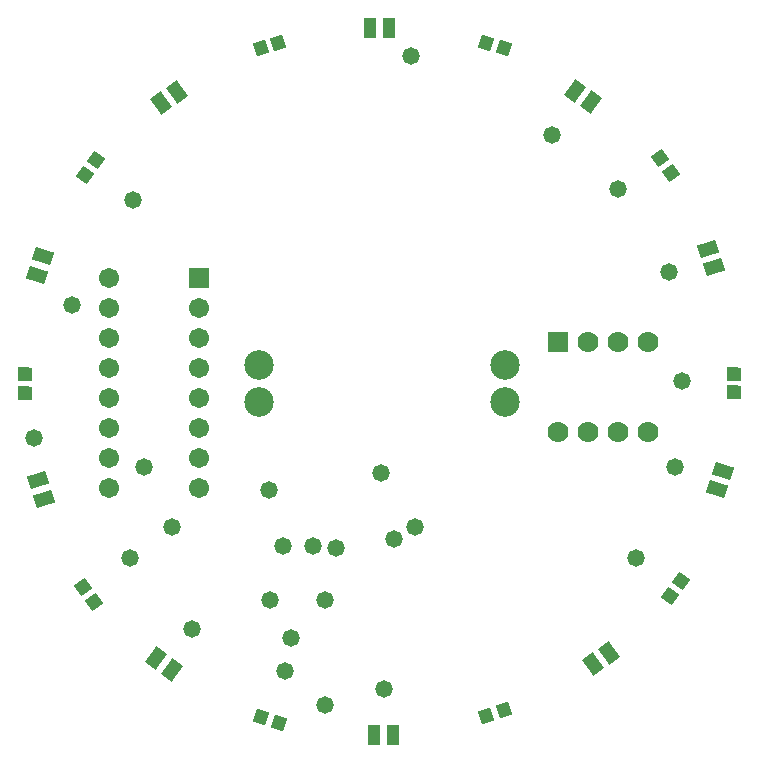
<source format=gts>
G04*
G04 #@! TF.GenerationSoftware,Altium Limited,Altium Designer,18.1.11 (251)*
G04*
G04 Layer_Color=8388736*
%FSLAX25Y25*%
%MOIN*%
G70*
G01*
G75*
G04:AMPARAMS|DCode=23|XSize=45.4mil|YSize=43.43mil|CornerRadius=0mil|HoleSize=0mil|Usage=FLASHONLY|Rotation=143.854|XOffset=0mil|YOffset=0mil|HoleType=Round|Shape=Rectangle|*
%AMROTATEDRECTD23*
4,1,4,0.03114,0.00415,0.00552,-0.03093,-0.03114,-0.00415,-0.00552,0.03093,0.03114,0.00415,0.0*
%
%ADD23ROTATEDRECTD23*%

G04:AMPARAMS|DCode=24|XSize=45.4mil|YSize=43.43mil|CornerRadius=0mil|HoleSize=0mil|Usage=FLASHONLY|Rotation=107.854|XOffset=0mil|YOffset=0mil|HoleType=Round|Shape=Rectangle|*
%AMROTATEDRECTD24*
4,1,4,0.02763,-0.01495,-0.01371,-0.02827,-0.02763,0.01495,0.01371,0.02827,0.02763,-0.01495,0.0*
%
%ADD24ROTATEDRECTD24*%

G04:AMPARAMS|DCode=25|XSize=45.4mil|YSize=43.43mil|CornerRadius=0mil|HoleSize=0mil|Usage=FLASHONLY|Rotation=71.854|XOffset=0mil|YOffset=0mil|HoleType=Round|Shape=Rectangle|*
%AMROTATEDRECTD25*
4,1,4,0.01357,-0.02834,-0.02771,-0.01481,-0.01357,0.02834,0.02771,0.01481,0.01357,-0.02834,0.0*
%
%ADD25ROTATEDRECTD25*%

G04:AMPARAMS|DCode=26|XSize=45.4mil|YSize=43.43mil|CornerRadius=0mil|HoleSize=0mil|Usage=FLASHONLY|Rotation=35.854|XOffset=0mil|YOffset=0mil|HoleType=Round|Shape=Rectangle|*
%AMROTATEDRECTD26*
4,1,4,-0.00568,-0.03090,-0.03112,0.00431,0.00568,0.03090,0.03112,-0.00431,-0.00568,-0.03090,0.0*
%
%ADD26ROTATEDRECTD26*%

G04:AMPARAMS|DCode=27|XSize=45.4mil|YSize=43.43mil|CornerRadius=0mil|HoleSize=0mil|Usage=FLASHONLY|Rotation=359.854|XOffset=0mil|YOffset=0mil|HoleType=Round|Shape=Rectangle|*
%AMROTATEDRECTD27*
4,1,4,-0.02276,-0.02166,-0.02265,0.02177,0.02276,0.02166,0.02265,-0.02177,-0.02276,-0.02166,0.0*
%
%ADD27ROTATEDRECTD27*%

G04:AMPARAMS|DCode=28|XSize=65mil|YSize=44mil|CornerRadius=0mil|HoleSize=0mil|Usage=FLASHONLY|Rotation=234.000|XOffset=0mil|YOffset=0mil|HoleType=Round|Shape=Rectangle|*
%AMROTATEDRECTD28*
4,1,4,0.00131,0.03922,0.03690,0.01336,-0.00131,-0.03922,-0.03690,-0.01336,0.00131,0.03922,0.0*
%
%ADD28ROTATEDRECTD28*%

G04:AMPARAMS|DCode=29|XSize=65mil|YSize=44mil|CornerRadius=0mil|HoleSize=0mil|Usage=FLASHONLY|Rotation=198.000|XOffset=0mil|YOffset=0mil|HoleType=Round|Shape=Rectangle|*
%AMROTATEDRECTD29*
4,1,4,0.02411,0.03097,0.03771,-0.01088,-0.02411,-0.03097,-0.03771,0.01088,0.02411,0.03097,0.0*
%
%ADD29ROTATEDRECTD29*%

G04:AMPARAMS|DCode=30|XSize=65mil|YSize=44mil|CornerRadius=0mil|HoleSize=0mil|Usage=FLASHONLY|Rotation=306.000|XOffset=0mil|YOffset=0mil|HoleType=Round|Shape=Rectangle|*
%AMROTATEDRECTD30*
4,1,4,-0.03690,0.01336,-0.00131,0.03922,0.03690,-0.01336,0.00131,-0.03922,-0.03690,0.01336,0.0*
%
%ADD30ROTATEDRECTD30*%

G04:AMPARAMS|DCode=31|XSize=65mil|YSize=44mil|CornerRadius=0mil|HoleSize=0mil|Usage=FLASHONLY|Rotation=162.000|XOffset=0mil|YOffset=0mil|HoleType=Round|Shape=Rectangle|*
%AMROTATEDRECTD31*
4,1,4,0.03771,0.01088,0.02411,-0.03097,-0.03771,-0.01088,-0.02411,0.03097,0.03771,0.01088,0.0*
%
%ADD31ROTATEDRECTD31*%

%ADD32R,0.04400X0.06500*%
%ADD33R,0.06706X0.06706*%
%ADD34C,0.06706*%
%ADD35R,0.07001X0.07001*%
%ADD36C,0.07001*%
%ADD37C,0.09855*%
%ADD38C,0.05800*%
D23*
X576068Y234326D02*
D03*
X572441Y229360D02*
D03*
X377597Y369731D02*
D03*
X381224Y374697D02*
D03*
D24*
X517048Y191319D02*
D03*
X511195Y189434D02*
D03*
X436047Y411898D02*
D03*
X441900Y413784D02*
D03*
D25*
X441989Y187171D02*
D03*
X436145Y189086D02*
D03*
X511211Y413753D02*
D03*
X517072Y411890D02*
D03*
D26*
X380390Y227312D02*
D03*
X376788Y232296D02*
D03*
X569224Y375488D02*
D03*
X572826Y370503D02*
D03*
D27*
X357408Y297050D02*
D03*
X357424Y303200D02*
D03*
X593637Y303350D02*
D03*
X593622Y297200D02*
D03*
D28*
X401123Y208567D02*
D03*
X406301Y204805D02*
D03*
X540890Y397628D02*
D03*
X546068Y393866D02*
D03*
D29*
X363863Y261820D02*
D03*
X361885Y267906D02*
D03*
X586989Y338957D02*
D03*
X585011Y345043D02*
D03*
D30*
X546911Y206619D02*
D03*
X552089Y210381D02*
D03*
X402772Y393672D02*
D03*
X407950Y397434D02*
D03*
D31*
X363489Y342543D02*
D03*
X361511Y336457D02*
D03*
X590042Y270982D02*
D03*
X588065Y264896D02*
D03*
D32*
X480200Y183000D02*
D03*
X473800Y183000D02*
D03*
X478700Y418630D02*
D03*
X472300Y418630D02*
D03*
D33*
X415500Y335500D02*
D03*
D34*
Y325500D02*
D03*
Y315500D02*
D03*
Y305500D02*
D03*
Y295500D02*
D03*
Y285500D02*
D03*
Y275500D02*
D03*
Y265500D02*
D03*
X385500D02*
D03*
Y275500D02*
D03*
Y285500D02*
D03*
Y295500D02*
D03*
Y305500D02*
D03*
Y315500D02*
D03*
Y325500D02*
D03*
Y335500D02*
D03*
D35*
X535000Y314000D02*
D03*
D36*
X545000D02*
D03*
X555000D02*
D03*
X565000D02*
D03*
Y284000D02*
D03*
X555000D02*
D03*
X545000D02*
D03*
X535000D02*
D03*
D37*
X517445Y294094D02*
D03*
Y306299D02*
D03*
X435555D02*
D03*
Y294094D02*
D03*
D38*
X457500Y228000D02*
D03*
X446000Y215500D02*
D03*
X453500Y246000D02*
D03*
X461000Y245500D02*
D03*
X443500Y246000D02*
D03*
X457500Y193000D02*
D03*
X439000Y228000D02*
D03*
X406500Y252500D02*
D03*
X413000Y218500D02*
D03*
X555000Y365000D02*
D03*
X533000Y383000D02*
D03*
X397000Y272500D02*
D03*
X480500Y248500D02*
D03*
X373000Y326500D02*
D03*
X360500Y282000D02*
D03*
X444000Y204500D02*
D03*
X487500Y252500D02*
D03*
X476018Y270500D02*
D03*
X438740Y264740D02*
D03*
X486000Y409500D02*
D03*
X393500Y361500D02*
D03*
X572000Y337500D02*
D03*
X576500Y301000D02*
D03*
X574000Y272500D02*
D03*
X561000Y242000D02*
D03*
X477000Y198500D02*
D03*
X392500Y242000D02*
D03*
M02*

</source>
